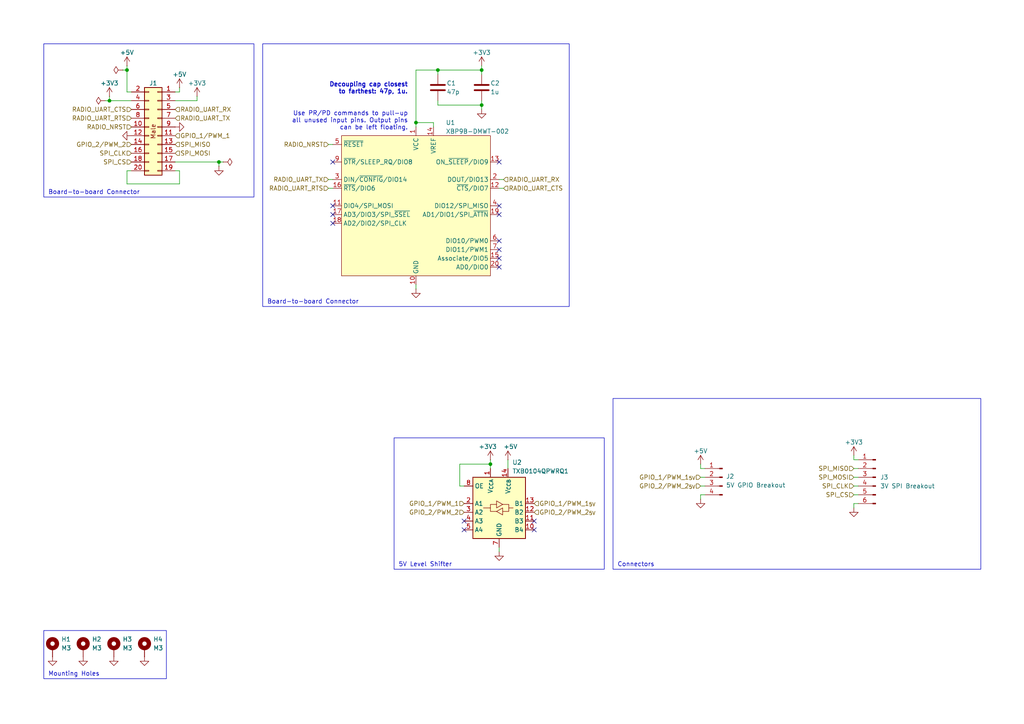
<source format=kicad_sch>
(kicad_sch (version 20231120) (generator "eeschema") (generator_version "8.0")
  (paper "A4")
  (title_block (title "Nerve Radio PCB") (rev "0.1.0-alpha") (company "Daniel Jeon"))
  (lib_symbols
    (symbol "Connector:Conn_01x04_Pin" (pin_names (offset 1.016) hide)
      (property "Reference" "J" (at 0 5.08 0))
      (property "Value" "Conn_01x04_Pin" (at 0 -7.62 0))
      (symbol "Conn_01x04_Pin_1_1"
        (polyline (pts (xy 1.27 -5.08) (xy 0.8636 -5.08)) (stroke (width 0.1524)))
        (polyline (pts (xy 1.27 -2.54) (xy 0.8636 -2.54)) (stroke (width 0.1524)))
        (polyline (pts (xy 1.27 0) (xy 0.8636 0)) (stroke (width 0.1524)))
        (polyline (pts (xy 1.27 2.54) (xy 0.8636 2.54)) (stroke (width 0.1524)))
        (rectangle (start 0.8636 -4.953) (end 0 -5.207) (stroke (width 0.1524)) (fill (type outline)))
        (rectangle (start 0.8636 -2.413) (end 0 -2.667) (stroke (width 0.1524)) (fill (type outline)))
        (rectangle (start 0.8636 0.127) (end 0 -0.127) (stroke (width 0.1524)) (fill (type outline)))
        (rectangle (start 0.8636 2.667) (end 0 2.413) (stroke (width 0.1524)) (fill (type outline)))
        (pin passive line (at 5.08 2.54 180) (length 3.81) (name "Pin_1") (number "1"))
        (pin passive line (at 5.08 0 180) (length 3.81) (name "Pin_2") (number "2"))
        (pin passive line (at 5.08 -2.54 180) (length 3.81) (name "Pin_3") (number "3"))
        (pin passive line (at 5.08 -5.08 180) (length 3.81) (name "Pin_4") (number "4"))
      )
    )
    (symbol "Connector:Conn_01x06_Pin" (pin_names (offset 1.016) hide)
      (property "Reference" "J" (at 0 7.62 0))
      (property "Value" "Conn_01x06_Pin" (at 0 -10.16 0))
      (symbol "Conn_01x06_Pin_1_1"
        (polyline (pts (xy 1.27 -7.62) (xy 0.8636 -7.62)) (stroke (width 0.1524)))
        (polyline (pts (xy 1.27 -5.08) (xy 0.8636 -5.08)) (stroke (width 0.1524)))
        (polyline (pts (xy 1.27 -2.54) (xy 0.8636 -2.54)) (stroke (width 0.1524)))
        (polyline (pts (xy 1.27 0) (xy 0.8636 0)) (stroke (width 0.1524)))
        (polyline (pts (xy 1.27 2.54) (xy 0.8636 2.54)) (stroke (width 0.1524)))
        (polyline (pts (xy 1.27 5.08) (xy 0.8636 5.08)) (stroke (width 0.1524)))
        (rectangle (start 0.8636 -7.493) (end 0 -7.747) (stroke (width 0.1524)) (fill (type outline)))
        (rectangle (start 0.8636 -4.953) (end 0 -5.207) (stroke (width 0.1524)) (fill (type outline)))
        (rectangle (start 0.8636 -2.413) (end 0 -2.667) (stroke (width 0.1524)) (fill (type outline)))
        (rectangle (start 0.8636 0.127) (end 0 -0.127) (stroke (width 0.1524)) (fill (type outline)))
        (rectangle (start 0.8636 2.667) (end 0 2.413) (stroke (width 0.1524)) (fill (type outline)))
        (rectangle (start 0.8636 5.207) (end 0 4.953) (stroke (width 0.1524)) (fill (type outline)))
        (pin passive line (at 5.08 5.08 180) (length 3.81) (name "Pin_1") (number "1"))
        (pin passive line (at 5.08 2.54 180) (length 3.81) (name "Pin_2") (number "2"))
        (pin passive line (at 5.08 0 180) (length 3.81) (name "Pin_3") (number "3"))
        (pin passive line (at 5.08 -2.54 180) (length 3.81) (name "Pin_4") (number "4"))
        (pin passive line (at 5.08 -5.08 180) (length 3.81) (name "Pin_5") (number "5"))
        (pin passive line (at 5.08 -7.62 180) (length 3.81) (name "Pin_6") (number "6"))
      )
    )
    (symbol "Device:C" (pin_numbers hide) (pin_names (offset 0.254))
      (property "Reference" "C" (at 0.635 2.54 0))
      (property "Value" "C" (at 0.635 -2.54 0))
      (symbol "C_0_1"
        (polyline (pts (xy -2.032 -0.762) (xy 2.032 -0.762)) (stroke (width 0.508)))
        (polyline (pts (xy -2.032 0.762) (xy 2.032 0.762)) (stroke (width 0.508)))
      )
      (symbol "C_1_1"
        (pin passive line (at 0 3.81 270) (length 2.794) (name "~") (number "1"))
        (pin passive line (at 0 -3.81 90) (length 2.794) (name "~") (number "2"))
      )
    )
    (symbol "Mechanical:MountingHole_Pad" (pin_numbers hide) (pin_names (offset 1.016) hide) (exclude_from_sim yes) (in_bom no)
      (property "Reference" "H" (at 0 6.35 0))
      (property "Value" "MountingHole_Pad" (at 0 4.445 0))
      (symbol "MountingHole_Pad_0_1"
        (circle (center 0 1.27) (radius 1.27) (stroke (width 1.27)))
      )
      (symbol "MountingHole_Pad_1_1"
        (pin input line (at 0 -2.54 90) (length 2.54) (name "1") (number "1"))
      )
    )
    (symbol "common:txb0104qpwrq1"
      (property "Reference" "U" (at -6.35 10.16 0))
      (property "Value" "TXB0104QPWRQ1" (at 3.81 10.16 0))
      (symbol "txb0104qpwrq1_0_1"
        (rectangle (start -7.62 8.89) (end 7.62 -8.89) (stroke (width 0.254)) (fill (type background)))
        (polyline (pts (xy -2.54 0) (xy -2.54 1.016) (xy -0.762 1.016)))
        (polyline (pts (xy 2.794 0) (xy 2.794 -1.016) (xy 1.016 -1.016)))
        (polyline (pts (xy -0.762 -1.016) (xy -2.54 -1.016) (xy -2.54 0) (xy -4.572 0)))
        (polyline (pts (xy -0.762 -1.016) (xy 1.016 0) (xy 1.016 -2.032) (xy -0.762 -1.016)))
        (polyline (pts (xy 1.016 1.016) (xy -0.762 0) (xy -0.762 2.032) (xy 1.016 1.016)))
        (polyline (pts (xy 1.016 1.016) (xy 2.794 1.016) (xy 2.794 0) (xy 4.064 0)))
      )
      (symbol "txb0104qpwrq1_1_1"
        (pin power_in line (at -2.54 11.43 270) (length 2.54) (name "V_{CCA}") (number "1"))
        (pin bidirectional line (at 10.16 -6.35 180) (length 2.54) (name "B4") (number "10"))
        (pin bidirectional line (at 10.16 -3.81 180) (length 2.54) (name "B3") (number "11"))
        (pin bidirectional line (at 10.16 -1.27 180) (length 2.54) (name "B2") (number "12"))
        (pin bidirectional line (at 10.16 1.27 180) (length 2.54) (name "B1") (number "13"))
        (pin power_in line (at 2.54 11.43 270) (length 2.54) (name "V_{CCB}") (number "14"))
        (pin bidirectional line (at -10.16 1.27 0) (length 2.54) (name "A1") (number "2"))
        (pin bidirectional line (at -10.16 -1.27 0) (length 2.54) (name "A2") (number "3"))
        (pin bidirectional line (at -10.16 -3.81 0) (length 2.54) (name "A3") (number "4"))
        (pin bidirectional line (at -10.16 -6.35 0) (length 2.54) (name "A4") (number "5"))
        (pin no_connect line (at 3.81 -11.43 90) (length 2.54) hide (name "NC") (number "6"))
        (pin power_in line (at 0 -11.43 90) (length 2.54) (name "GND") (number "7"))
        (pin input line (at -10.16 6.35 0) (length 2.54) (name "OE") (number "8"))
        (pin no_connect line (at 2.54 -11.43 90) (length 2.54) hide (name "NC") (number "9"))
      )
    )
    (symbol "connectors:bf030-20a-b1-0360-0277-0600-lb"
      (property "Reference" "J" (at 0 13.97 0))
      (property "Value" "BF030-20A-B1-0360-0277-0600-LB" (at 0 -13.97 0))
      (symbol "bf030-20a-b1-0360-0277-0600-lb_1_1"
        (rectangle (start -2.54 -11.303) (end -1.27 -11.557) (stroke (width 0.1524)))
        (rectangle (start -2.54 -8.763) (end -1.27 -9.017) (stroke (width 0.1524)))
        (rectangle (start -2.54 -6.223) (end -1.27 -6.477) (stroke (width 0.1524)))
        (rectangle (start -2.54 -3.683) (end -1.27 -3.937) (stroke (width 0.1524)))
        (rectangle (start -2.54 -1.143) (end -1.27 -1.397) (stroke (width 0.1524)))
        (rectangle (start -2.54 1.397) (end -1.27 1.143) (stroke (width 0.1524)))
        (rectangle (start -2.54 3.937) (end -1.27 3.683) (stroke (width 0.1524)))
        (rectangle (start -2.54 6.477) (end -1.27 6.223) (stroke (width 0.1524)))
        (rectangle (start -2.54 9.017) (end -1.27 8.763) (stroke (width 0.1524)))
        (rectangle (start -2.54 11.557) (end -1.27 11.303) (stroke (width 0.1524)))
        (rectangle (start -2.54 12.7) (end 2.54 -12.7) (stroke (width 0.254)) (fill (type background)))
        (rectangle (start 2.54 -11.303) (end 1.27 -11.557) (stroke (width 0.1524)))
        (rectangle (start 2.54 -8.763) (end 1.27 -9.017) (stroke (width 0.1524)))
        (rectangle (start 2.54 -6.223) (end 1.27 -6.477) (stroke (width 0.1524)))
        (rectangle (start 2.54 -3.683) (end 1.27 -3.937) (stroke (width 0.1524)))
        (rectangle (start 2.54 -1.143) (end 1.27 -1.397) (stroke (width 0.1524)))
        (rectangle (start 2.54 1.397) (end 1.27 1.143) (stroke (width 0.1524)))
        (rectangle (start 2.54 3.937) (end 1.27 3.683) (stroke (width 0.1524)))
        (rectangle (start 2.54 6.477) (end 1.27 6.223) (stroke (width 0.1524)))
        (rectangle (start 2.54 9.017) (end 1.27 8.763) (stroke (width 0.1524)))
        (rectangle (start 2.54 11.557) (end 1.27 11.303) (stroke (width 0.1524)))
        (text "Male" (at 0 0 900) (effects (font (size 1.27 1.27))))
        (pin passive line (at -6.35 11.43 0) (length 3.81) (name "") (number "1"))
        (pin passive line (at 6.35 1.27 180) (length 3.81) (name "") (number "10"))
        (pin passive line (at -6.35 -1.27 0) (length 3.81) (name "") (number "11"))
        (pin passive line (at 6.35 -1.27 180) (length 3.81) (name "") (number "12"))
        (pin passive line (at -6.35 -3.81 0) (length 3.81) (name "") (number "13"))
        (pin passive line (at 6.35 -3.81 180) (length 3.81) (name "") (number "14"))
        (pin passive line (at -6.35 -6.35 0) (length 3.81) (name "") (number "15"))
        (pin passive line (at 6.35 -6.35 180) (length 3.81) (name "") (number "16"))
        (pin passive line (at -6.35 -8.89 0) (length 3.81) (name "") (number "17"))
        (pin passive line (at 6.35 -8.89 180) (length 3.81) (name "") (number "18"))
        (pin passive line (at -6.35 -11.43 0) (length 3.81) (name "") (number "19"))
        (pin passive line (at 6.35 11.43 180) (length 3.81) (name "") (number "2"))
        (pin passive line (at 6.35 -11.43 180) (length 3.81) (name "") (number "20"))
        (pin passive line (at -6.35 8.89 0) (length 3.81) (name "") (number "3"))
        (pin passive line (at 6.35 8.89 180) (length 3.81) (name "") (number "4"))
        (pin passive line (at -6.35 6.35 0) (length 3.81) (name "") (number "5"))
        (pin passive line (at 6.35 6.35 180) (length 3.81) (name "") (number "6"))
        (pin passive line (at -6.35 3.81 0) (length 3.81) (name "") (number "7"))
        (pin passive line (at 6.35 3.81 180) (length 3.81) (name "") (number "8"))
        (pin passive line (at -6.35 1.27 0) (length 3.81) (name "") (number "9"))
      )
    )
    (symbol "digi_xbee:xbee_pro_900hp"
      (property "Reference" "U" (at 20.32 21.59 0))
      (symbol "xbee_pro_900hp_0_0"
        (pin power_in line (at 0 22.86 270) (length 2.54) (name "VCC") (number "1"))
        (pin power_in line (at 0 -22.86 90) (length 2.54) (name "GND") (number "10"))
        (pin bidirectional line (at -24.13 0 0) (length 2.54) (name "DIO4/SPI_MOSI") (number "11"))
        (pin bidirectional line (at 24.13 5.08 180) (length 2.54) (name "~{CTS}/DIO7") (number "12"))
        (pin output line (at 24.13 12.7 180) (length 2.54) (name "ON_~{SLEEP}/DIO9") (number "13"))
        (pin input line (at 5.08 22.86 270) (length 2.54) (name "VREF") (number "14"))
        (pin bidirectional line (at 24.13 -15.24 180) (length 2.54) (name "Associate/DIO5") (number "15"))
        (pin bidirectional line (at -24.13 5.08 0) (length 2.54) (name "~{RTS}/DIO6") (number "16"))
        (pin bidirectional line (at -24.13 -2.54 0) (length 2.54) (name "AD3/DIO3/SPI_~{SSEL}") (number "17"))
        (pin bidirectional line (at -24.13 -5.08 0) (length 2.54) (name "AD2/DIO2/SPI_CLK") (number "18"))
        (pin bidirectional line (at 24.13 -2.54 180) (length 2.54) (name "AD1/DIO1/SPI_~{ATTN}") (number "19"))
        (pin bidirectional line (at 24.13 7.62 180) (length 2.54) (name "DOUT/DIO13") (number "2"))
        (pin bidirectional line (at 24.13 -17.78 180) (length 2.54) (name "AD0/DIO0") (number "20"))
        (pin bidirectional line (at -24.13 7.62 0) (length 2.54) (name "DIN/~{CONFIG}/DIO14") (number "3"))
        (pin bidirectional line (at 24.13 0 180) (length 2.54) (name "DIO12/SPI_MISO") (number "4"))
        (pin input line (at -24.13 17.78 0) (length 2.54) (name "~{RESET}") (number "5"))
        (pin bidirectional line (at 24.13 -10.16 180) (length 2.54) (name "DIO10/PWM0") (number "6"))
        (pin bidirectional line (at 24.13 -12.7 180) (length 2.54) (name "DIO11/PWM1") (number "7"))
        (pin bidirectional line (at -24.13 12.7 0) (length 2.54) (name "~{DTR}/SLEEP_RQ/DIO8") (number "9"))
      )
      (symbol "xbee_pro_900hp_1_0"
        (pin no_connect line (at -2.54 -22.86 90) (length 2.54) hide (name "Reserved") (number "8"))
      )
      (symbol "xbee_pro_900hp_1_1"
        (rectangle (start -21.59 20.32) (end 21.59 -20.32) (fill (type background)))
      )
    )
    (symbol "power:+3V3" (power) (pin_numbers hide) (pin_names (offset 0) hide)
      (property "Value" "+3V3" (at 0 3.556 0))
      (symbol "+3V3_0_1"
        (polyline (pts (xy -0.762 1.27) (xy 0 2.54)))
        (polyline (pts (xy 0 0) (xy 0 2.54)))
        (polyline (pts (xy 0 2.54) (xy 0.762 1.27)))
      )
      (symbol "+3V3_1_1"
        (pin power_in line (at 0 0 90) (length 0) (name "~") (number "1"))
      )
    )
    (symbol "power:+5V" (power) (pin_numbers hide) (pin_names (offset 0) hide)
      (property "Value" "+5V" (at 0 3.556 0))
      (symbol "+5V_0_1"
        (polyline (pts (xy -0.762 1.27) (xy 0 2.54)))
        (polyline (pts (xy 0 0) (xy 0 2.54)))
        (polyline (pts (xy 0 2.54) (xy 0.762 1.27)))
      )
      (symbol "+5V_1_1"
        (pin power_in line (at 0 0 90) (length 0) (name "~") (number "1"))
      )
    )
    (symbol "power:GND" (power) (pin_numbers hide) (pin_names (offset 0) hide)
      (property "Value" "GND" (at 0 -3.81 0))
      (symbol "GND_0_1"
        (polyline (pts (xy 0 0) (xy 0 -1.27) (xy 1.27 -1.27) (xy 0 -2.54) (xy -1.27 -1.27) (xy 0 -1.27)))
      )
      (symbol "GND_1_1"
        (pin power_in line (at 0 0 270) (length 0) (name "~") (number "1"))
      )
    )
    (symbol "power:PWR_FLAG" (power) (pin_numbers hide) (pin_names (offset 0) hide)
      (property "Value" "PWR_FLAG" (at 0 3.81 0))
      (symbol "PWR_FLAG_0_0"
        (pin power_out line (at 0 0 90) (length 0) (name "~") (number "1"))
      )
      (symbol "PWR_FLAG_0_1"
        (polyline (pts (xy 0 0) (xy 0 1.27) (xy -1.016 1.905) (xy 0 2.54) (xy 1.016 1.905) (xy 0 1.27)))
      )
    )
  )
  (junction (at 31.75 29.21))
  (junction (at 127 20.32))
  (junction (at 36.83 20.32))
  (junction (at 142.24 134.62))
  (junction (at 63.5 46.99))
  (junction (at 120.65 35.56))
  (junction (at 139.7 20.32))
  (junction (at 139.7 30.48))
  (no_connect (at 96.52 62.23))
  (no_connect (at 96.52 64.77))
  (no_connect (at 96.52 59.69))
  (no_connect (at 154.94 153.67))
  (no_connect (at 154.94 151.13))
  (no_connect (at 144.78 59.69))
  (no_connect (at 134.62 153.67))
  (no_connect (at 144.78 77.47))
  (no_connect (at 144.78 72.39))
  (no_connect (at 144.78 69.85))
  (no_connect (at 144.78 46.99))
  (no_connect (at 96.52 46.99))
  (no_connect (at 144.78 62.23))
  (no_connect (at 144.78 74.93))
  (no_connect (at 134.62 151.13))
  (wire (pts (xy 133.35 134.62) (xy 142.24 134.62)))
  (wire (pts (xy 38.1 49.53) (xy 36.83 49.53)))
  (wire (pts (xy 127 20.32) (xy 139.7 20.32)))
  (wire (pts (xy 203.2 140.97) (xy 204.47 140.97)))
  (wire (pts (xy 127 20.32) (xy 127 21.59)))
  (wire (pts (xy 203.2 143.51) (xy 203.2 144.78)))
  (wire (pts (xy 203.2 135.89) (xy 204.47 135.89)))
  (wire (pts (xy 139.7 20.32) (xy 139.7 21.59)))
  (wire (pts (xy 120.65 35.56) (xy 120.65 36.83)))
  (wire (pts (xy 64.77 46.99) (xy 63.5 46.99)))
  (wire (pts (xy 36.83 20.32) (xy 36.83 19.05)))
  (wire (pts (xy 36.83 53.34) (xy 52.07 53.34)))
  (wire (pts (xy 52.07 26.67) (xy 52.07 25.4)))
  (wire (pts (xy 30.48 29.21) (xy 31.75 29.21)))
  (wire (pts (xy 31.75 27.94) (xy 31.75 29.21)))
  (wire (pts (xy 120.65 35.56) (xy 125.73 35.56)))
  (wire (pts (xy 247.65 146.05) (xy 248.92 146.05)))
  (wire (pts (xy 247.65 138.43) (xy 248.92 138.43)))
  (wire (pts (xy 247.65 143.51) (xy 248.92 143.51)))
  (wire (pts (xy 50.8 46.99) (xy 63.5 46.99)))
  (wire (pts (xy 144.78 160.02) (xy 144.78 158.75)))
  (wire (pts (xy 203.2 138.43) (xy 204.47 138.43)))
  (wire (pts (xy 63.5 46.99) (xy 63.5 48.26)))
  (wire (pts (xy 127 29.21) (xy 127 30.48)))
  (wire (pts (xy 120.65 20.32) (xy 120.65 35.56)))
  (wire (pts (xy 95.25 41.91) (xy 96.52 41.91)))
  (wire (pts (xy 36.83 49.53) (xy 36.83 53.34)))
  (wire (pts (xy 120.65 20.32) (xy 127 20.32)))
  (wire (pts (xy 144.78 52.07) (xy 146.05 52.07)))
  (wire (pts (xy 139.7 19.05) (xy 139.7 20.32)))
  (wire (pts (xy 50.8 49.53) (xy 52.07 49.53)))
  (wire (pts (xy 52.07 53.34) (xy 52.07 49.53)))
  (wire (pts (xy 142.24 134.62) (xy 142.24 135.89)))
  (wire (pts (xy 139.7 30.48) (xy 139.7 31.75)))
  (wire (pts (xy 133.35 140.97) (xy 133.35 134.62)))
  (wire (pts (xy 36.83 26.67) (xy 36.83 20.32)))
  (wire (pts (xy 57.15 29.21) (xy 50.8 29.21)))
  (wire (pts (xy 95.25 52.07) (xy 96.52 52.07)))
  (wire (pts (xy 247.65 147.32) (xy 247.65 146.05)))
  (wire (pts (xy 247.65 132.08) (xy 247.65 133.35)))
  (wire (pts (xy 144.78 54.61) (xy 146.05 54.61)))
  (wire (pts (xy 247.65 140.97) (xy 248.92 140.97)))
  (wire (pts (xy 31.75 29.21) (xy 38.1 29.21)))
  (wire (pts (xy 95.25 54.61) (xy 96.52 54.61)))
  (wire (pts (xy 139.7 29.21) (xy 139.7 30.48)))
  (wire (pts (xy 142.24 133.35) (xy 142.24 134.62)))
  (wire (pts (xy 38.1 26.67) (xy 36.83 26.67)))
  (wire (pts (xy 127 30.48) (xy 139.7 30.48)))
  (wire (pts (xy 134.62 140.97) (xy 133.35 140.97)))
  (wire (pts (xy 203.2 134.62) (xy 203.2 135.89)))
  (wire (pts (xy 125.73 36.83) (xy 125.73 35.56)))
  (wire (pts (xy 247.65 133.35) (xy 248.92 133.35)))
  (wire (pts (xy 204.47 143.51) (xy 203.2 143.51)))
  (wire (pts (xy 147.32 133.35) (xy 147.32 135.89)))
  (wire (pts (xy 57.15 27.94) (xy 57.15 29.21)))
  (wire (pts (xy 50.8 26.67) (xy 52.07 26.67)))
  (wire (pts (xy 35.56 20.32) (xy 36.83 20.32)))
  (wire (pts (xy 247.65 135.89) (xy 248.92 135.89)))
  (wire (pts (xy 120.65 82.55) (xy 120.65 83.82)))
  (rectangle (start 177.8 115.57) (end 284.48 165.1))
  (rectangle (start 12.7 12.7) (end 73.66 57.15))
  (rectangle (start 114.3 127) (end 175.26 165.1))
  (rectangle (start 76.2 12.7) (end 165.1 88.9))
  (rectangle (start 12.7 182.88) (end 48.26 196.85))
  (text "Use PR/PD commands to pull-up\nall unused input pins. Output pins\ncan be left floating." (at 118.364 35.052 0) (effects (font (size 1.27 1.27) (thickness 0.1588)) (justify right)))
  (text "Connectors" (at 179.07 163.068 0) (effects (font (size 1.27 1.27)) (justify left top)))
  (text "Mounting Holes" (at 13.97 194.818 0) (effects (font (size 1.27 1.27)) (justify left top)))
  (text "Board-to-board Connector" (at 77.47 86.868 0) (effects (font (size 1.27 1.27)) (justify left top)))
  (text "Decoupling cap closest\nto farthest: 47p, 1u." (at 118.364 25.654 0) (effects (font (size 1.27 1.27) (thickness 0.254) (bold yes)) (justify right)))
  (text "Board-to-board Connector" (at 13.97 55.118 0) (effects (font (size 1.27 1.27)) (justify left top)))
  (text "5V Level Shifter" (at 115.57 163.068 0) (effects (font (size 1.27 1.27)) (justify left top)))
  (hierarchical_label "GPIO_1{slash}PWM_1" (shape input) (at 50.8 39.37 0))
  (hierarchical_label "RADIO_UART_RTS" (shape input) (at 95.25 54.61 180))
  (hierarchical_label "RADIO_UART_RX" (shape input) (at 50.8 31.75 0))
  (hierarchical_label "RADIO_UART_RX" (shape input) (at 146.05 52.07 0))
  (hierarchical_label "SPI_CLK" (shape input) (at 38.1 44.45 180))
  (hierarchical_label "SPI_CS" (shape input) (at 38.1 46.99 180))
  (hierarchical_label "GPIO_1{slash}PWM_1_{5V}" (shape input) (at 203.2 138.43 180))
  (hierarchical_label "GPIO_2{slash}PWM_2" (shape input) (at 134.62 148.59 180))
  (hierarchical_label "SPI_MISO" (shape input) (at 50.8 41.91 0))
  (hierarchical_label "SPI_CS" (shape input) (at 247.65 143.51 180))
  (hierarchical_label "GPIO_1{slash}PWM_1_{5V}" (shape input) (at 154.94 146.05 0))
  (hierarchical_label "GPIO_2{slash}PWM_2_{5V}" (shape input) (at 203.2 140.97 180))
  (hierarchical_label "GPIO_2{slash}PWM_2_{5V}" (shape input) (at 154.94 148.59 0))
  (hierarchical_label "SPI_MOSI" (shape input) (at 247.65 138.43 180))
  (hierarchical_label "SPI_MOSI" (shape input) (at 50.8 44.45 0))
  (hierarchical_label "SPI_MISO" (shape input) (at 247.65 135.89 180))
  (hierarchical_label "RADIO_UART_RTS" (shape input) (at 38.1 34.29 180))
  (hierarchical_label "RADIO_NRST" (shape input) (at 38.1 36.83 180))
  (hierarchical_label "SPI_CLK" (shape input) (at 247.65 140.97 180))
  (hierarchical_label "RADIO_UART_CTS" (shape input) (at 38.1 31.75 180))
  (hierarchical_label "GPIO_1{slash}PWM_1" (shape input) (at 134.62 146.05 180))
  (hierarchical_label "RADIO_UART_CTS" (shape input) (at 146.05 54.61 0))
  (hierarchical_label "GPIO_2{slash}PWM_2" (shape input) (at 38.1 41.91 180))
  (hierarchical_label "RADIO_UART_TX" (shape input) (at 95.25 52.07 180))
  (hierarchical_label "RADIO_UART_TX" (shape input) (at 50.8 34.29 0))
  (hierarchical_label "RADIO_NRST" (shape input) (at 95.25 41.91 180))
  (symbol (lib_id "power:GND") (at 63.5 48.26 0) (unit 1)
    (property "Reference" "#PWR09" (effects (hide yes)))
    (property "Value" "GND" (effects (hide yes)))
    (property "Description" "Power symbol creates a global label with name \"GND\" , ground" (effects (hide yes)))
  )
  (symbol (lib_id "power:+5V") (at 36.83 19.05 0) (unit 1)
    (property "Reference" "#PWR01" (effects (hide yes)))
    (property "Value" "+5V" (at 36.83 15.24 0))
    (property "Description" "Power symbol creates a global label with name \"+5V\"" (effects (hide yes)))
  )
  (symbol (lib_id "Mechanical:MountingHole_Pad") (at 33.02 187.96 0) (unit 1) (exclude_from_sim yes) (in_bom no)
    (property "Reference" "H3" (at 35.56 185.4199 0) (effects (justify left)))
    (property "Value" "M3" (at 35.56 187.9599 0) (effects (justify left)))
    (property "Footprint" "MountingHole:MountingHole_3.2mm_M3_Pad_Via" (effects (hide yes)))
    (property "Description" "Mounting Hole with connection" (effects (hide yes)))
  )
  (symbol (lib_id "power:PWR_FLAG") (at 30.48 29.21 90) (unit 1)
    (property "Reference" "#FLG02" (effects (hide yes)))
    (property "Value" "PWR_FLAG" (effects (hide yes)))
    (property "Description" "Special symbol for telling ERC where power comes from" (effects (hide yes)))
  )
  (symbol (lib_id "power:+5V") (at 147.32 133.35 0) (unit 1)
    (property "Reference" "#PWR013" (effects (hide yes)))
    (property "Value" "+5V" (at 148.082 129.54 0))
    (property "Description" "Power symbol creates a global label with name \"+5V\"" (effects (hide yes)))
  )
  (symbol (lib_id "Mechanical:MountingHole_Pad") (at 41.91 187.96 0) (unit 1) (exclude_from_sim yes) (in_bom no)
    (property "Reference" "H4" (at 44.45 185.4199 0) (effects (justify left)))
    (property "Value" "M3" (at 44.45 187.9599 0) (effects (justify left)))
    (property "Footprint" "MountingHole:MountingHole_3.2mm_M3_Pad_Via" (effects (hide yes)))
    (property "Description" "Mounting Hole with connection" (effects (hide yes)))
  )
  (symbol (lib_id "power:GND") (at 247.65 147.32 0) (unit 1)
    (property "Reference" "#PWR016" (effects (hide yes)))
    (property "Value" "GND" (effects (hide yes)))
    (property "Description" "Power symbol creates a global label with name \"GND\" , ground" (effects (hide yes)))
  )
  (symbol (lib_id "Connector:Conn_01x06_Pin") (at 254 138.43 0) (mirror y) (unit 1)
    (property "Reference" "J3" (at 255.27 138.4299 0) (effects (justify right)))
    (property "Value" "3V SPI Breakout" (at 255.27 140.9699 0) (effects (justify right)))
    (property "Footprint" "Connector_PinHeader_2.54mm:PinHeader_1x06_P2.54mm_Vertical" (effects (hide yes)))
    (property "Description" "Generic connector, single row, 01x06, script generated" (effects (hide yes)))
  )
  (symbol (lib_id "power:PWR_FLAG") (at 35.56 20.32 90) (unit 1)
    (property "Reference" "#FLG01" (effects (hide yes)))
    (property "Value" "PWR_FLAG" (effects (hide yes)))
    (property "Description" "Special symbol for telling ERC where power comes from" (effects (hide yes)))
  )
  (symbol (lib_id "Device:C") (at 127 25.4 0) (unit 1)
    (property "Reference" "C1" (at 129.54 24.13 0) (effects (justify left)))
    (property "Value" "47p" (at 129.54 26.67 0) (effects (justify left)))
    (property "Footprint" "Capacitor_SMD:C_0603_1608Metric" (effects (hide yes)))
    (property "Description" "Unpolarized capacitor" (effects (hide yes)))
  )
  (symbol (lib_id "Connector:Conn_01x04_Pin") (at 209.55 138.43 0) (mirror y) (unit 1)
    (property "Reference" "J2" (at 210.566 138.176 0) (effects (justify right)))
    (property "Value" "5V GPIO Breakout" (at 210.566 140.716 0) (effects (justify right)))
    (property "Footprint" "Connector_PinHeader_2.54mm:PinHeader_1x04_P2.54mm_Vertical" (effects (hide yes)))
    (property "Description" "Generic connector, single row, 01x04, script generated" (effects (hide yes)))
  )
  (symbol (lib_id "power:GND") (at 41.91 190.5 0) (unit 1)
    (property "Reference" "#PWR021" (effects (hide yes)))
    (property "Value" "GND" (effects (hide yes)))
    (property "Description" "Power symbol creates a global label with name \"GND\" , ground" (effects (hide yes)))
  )
  (symbol (lib_id "power:+3V3") (at 247.65 132.08 0) (unit 1)
    (property "Reference" "#PWR011" (effects (hide yes)))
    (property "Value" "+3V3" (at 247.65 128.27 0))
    (property "Description" "Power symbol creates a global label with name \"+3V3\"" (effects (hide yes)))
  )
  (symbol (lib_id "power:+3V3") (at 142.24 133.35 0) (unit 1)
    (property "Reference" "#PWR012" (effects (hide yes)))
    (property "Value" "+3V3" (at 141.478 129.54 0))
    (property "Description" "Power symbol creates a global label with name \"+3V3\"" (effects (hide yes)))
  )
  (symbol (lib_id "power:GND") (at 33.02 190.5 0) (unit 1)
    (property "Reference" "#PWR020" (effects (hide yes)))
    (property "Value" "GND" (effects (hide yes)))
    (property "Description" "Power symbol creates a global label with name \"GND\" , ground" (effects (hide yes)))
  )
  (symbol (lib_id "common:txb0104qpwrq1") (at 144.78 147.32 0) (unit 1)
    (property "Reference" "U2" (at 148.59 134.112 0) (effects (justify left)))
    (property "Value" "TXB0104QPWRQ1" (at 148.59 136.652 0) (effects (justify left)))
    (property "Footprint" "common:txb0104qpwrq1" (effects (hide yes)))
    (property "Datasheet" "https://www.ti.com/general/docs/suppproductinfo.tsp?distId=10&gotoUrl=https%3A%2F%2Fwww.ti.com%2Flit%2Fgpn%2Ftxb0104-q1" (effects (hide yes)))
    (property "Description" "Voltage Level Translator Bidirectional 1 Circuit 4 Channel 100Mbps 14-TSSOP, AEC-Q100 variant of TXB0104PWR" (effects (hide yes)))
    (property "Manufacturer" "Texas Instruments" (effects (hide yes)))
    (property "Manufacturer Part Number" "TXB0104QPWRQ1" (effects (hide yes)))
    (property "Distributor" "DigiKey" (effects (hide yes)))
    (property "Distributor Part Number" "296-27760-1-ND" (effects (hide yes)))
    (property "Distributor Link" "https://www.digikey.ca/en/products/detail/texas-instruments/TXB0104QPWRQ1/2232941" (effects (hide yes)))
  )
  (symbol (lib_id "connectors:bf030-20a-b1-0360-0277-0600-lb") (at 44.45 38.1 0) (mirror y) (unit 1)
    (property "Reference" "J1" (at 44.45 24.13 0))
    (property "Value" "BF030-20A-B1-0360-0277-0600-LB" (effects (hide yes)))
    (property "Footprint" "connectors:bf030-20a-b1-0600-0277-0600-lb" (effects (hide yes)))
    (property "Datasheet" "https://gct.co/files/drawings/bf030.pdf" (effects (hide yes)))
    (property "Description" "Connector Header Surface Mount 20 position 0.079\" (2.00mm)" (effects (hide yes)))
    (property "Manufacturer" "GCT" (effects (hide yes)))
    (property "Manufacturer Part Number" "BF030-20A-B1-0360-0277-0600-LB" (effects (hide yes)))
    (property "Distributor" "DigiKey" (effects (hide yes)))
    (property "Distributor Part Number" "2073-BF030-20A-B1-0360-0277-0600-LBCT-ND" (effects (hide yes)))
    (property "Distributor Link" "https://www.digikey.ca/en/products/detail/gct/BF030-20A-B1-0360-0277-0600-LB/16396935" (effects (hide yes)))
  )
  (symbol (lib_id "power:+3V3") (at 57.15 27.94 0) (mirror y) (unit 1)
    (property "Reference" "#PWR05" (effects (hide yes)))
    (property "Value" "+3V3" (at 57.15 24.13 0))
    (property "Description" "Power symbol creates a global label with name \"+3V3\"" (effects (hide yes)))
  )
  (symbol (lib_id "power:+3V3") (at 139.7 19.05 0) (unit 1)
    (property "Reference" "#PWR02" (effects (hide yes)))
    (property "Value" "+3V3" (at 139.7 15.24 0))
    (property "Description" "Power symbol creates a global label with name \"+3V3\"" (effects (hide yes)))
  )
  (symbol (lib_id "power:GND") (at 144.78 160.02 0) (unit 1)
    (property "Reference" "#PWR017" (effects (hide yes)))
    (property "Value" "GND" (effects (hide yes)))
    (property "Description" "Power symbol creates a global label with name \"GND\" , ground" (effects (hide yes)))
  )
  (symbol (lib_id "Mechanical:MountingHole_Pad") (at 24.13 187.96 0) (unit 1) (exclude_from_sim yes) (in_bom no)
    (property "Reference" "H2" (at 26.67 185.4199 0) (effects (justify left)))
    (property "Value" "M3" (at 26.67 187.9599 0) (effects (justify left)))
    (property "Footprint" "MountingHole:MountingHole_3.2mm_M3_Pad_Via" (effects (hide yes)))
    (property "Description" "Mounting Hole with connection" (effects (hide yes)))
  )
  (symbol (lib_id "power:+5V") (at 203.2 134.62 0) (unit 1)
    (property "Reference" "#PWR014" (effects (hide yes)))
    (property "Value" "+5V" (at 203.2 130.81 0))
    (property "Description" "Power symbol creates a global label with name \"+5V\"" (effects (hide yes)))
  )
  (symbol (lib_id "power:GND") (at 24.13 190.5 0) (unit 1)
    (property "Reference" "#PWR019" (effects (hide yes)))
    (property "Value" "GND" (effects (hide yes)))
    (property "Description" "Power symbol creates a global label with name \"GND\" , ground" (effects (hide yes)))
  )
  (symbol (lib_id "power:GND") (at 203.2 144.78 0) (unit 1)
    (property "Reference" "#PWR015" (effects (hide yes)))
    (property "Value" "GND" (effects (hide yes)))
    (property "Description" "Power symbol creates a global label with name \"GND\" , ground" (effects (hide yes)))
  )
  (symbol (lib_id "Mechanical:MountingHole_Pad") (at 15.24 187.96 0) (unit 1) (exclude_from_sim yes) (in_bom no)
    (property "Reference" "H1" (at 17.78 185.4199 0) (effects (justify left)))
    (property "Value" "M3" (at 17.78 187.9599 0) (effects (justify left)))
    (property "Footprint" "MountingHole:MountingHole_3.2mm_M3_Pad_Via" (effects (hide yes)))
    (property "Description" "Mounting Hole with connection" (effects (hide yes)))
  )
  (symbol (lib_id "power:GND") (at 139.7 31.75 0) (unit 1)
    (property "Reference" "#PWR06" (effects (hide yes)))
    (property "Value" "GND" (effects (hide yes)))
    (property "Description" "Power symbol creates a global label with name \"GND\" , ground" (effects (hide yes)))
  )
  (symbol (lib_id "power:+5V") (at 52.07 25.4 0) (mirror y) (unit 1)
    (property "Reference" "#PWR03" (effects (hide yes)))
    (property "Value" "+5V" (at 52.07 21.59 0))
    (property "Description" "Power symbol creates a global label with name \"+5V\"" (effects (hide yes)))
  )
  (symbol (lib_id "power:GND") (at 15.24 190.5 0) (unit 1)
    (property "Reference" "#PWR018" (effects (hide yes)))
    (property "Value" "GND" (effects (hide yes)))
    (property "Description" "Power symbol creates a global label with name \"GND\" , ground" (effects (hide yes)))
  )
  (symbol (lib_id "power:+3V3") (at 31.75 27.94 0) (unit 1)
    (property "Reference" "#PWR04" (effects (hide yes)))
    (property "Value" "+3V3" (at 31.75 24.13 0))
    (property "Description" "Power symbol creates a global label with name \"+3V3\"" (effects (hide yes)))
  )
  (symbol (lib_id "Device:C") (at 139.7 25.4 0) (unit 1)
    (property "Reference" "C2" (at 142.24 24.13 0) (effects (justify left)))
    (property "Value" "1u" (at 142.24 26.67 0) (effects (justify left)))
    (property "Footprint" "Capacitor_SMD:C_0603_1608Metric" (effects (hide yes)))
    (property "Description" "Unpolarized capacitor" (effects (hide yes)))
  )
  (symbol (lib_id "power:PWR_FLAG") (at 64.77 46.99 270) (mirror x) (unit 1)
    (property "Reference" "#FLG03" (effects (hide yes)))
    (property "Value" "PWR_FLAG" (effects (hide yes)))
    (property "Description" "Special symbol for telling ERC where power comes from" (effects (hide yes)))
  )
  (symbol (lib_id "digi_xbee:xbee_pro_900hp") (at 120.65 59.69 0) (unit 1)
    (property "Reference" "U1" (at 129.286 35.56 0) (effects (justify left)))
    (property "Value" "XBP9B-DMWT-002" (at 129.286 38.1 0) (effects (justify left)))
    (property "Footprint" "digi_xbee:xbee_pro_900hp" (effects (hide yes)))
    (property "Datasheet" "https://www.digi.com/resources/library/data-sheets/ds_xbeepro900hp" (effects (hide yes)))
    (property "Description" "Long Range 900 MHz OEM RF Module" (effects (hide yes)))
    (property "Manufacturer" "Digi" (effects (hide yes)))
    (property "Manufacturer Part Number" "XBP9B-Dxxx-nnn" (effects (hide yes)))
    (property "Distributor" "DigiKey" (effects (hide yes)))
    (property "Distributor Part Number" "602-1301-ND" (effects (hide yes)))
    (property "Distributor Link" "https://www.digikey.ca/en/products/detail/digi/XBP9B-DMWT-002/3594159?s=N4IgTCBcDaIBoCEAKBOBBaAIgWQOoBV0AGIiAXQF8g" (effects (hide yes)))
  )
  (symbol (lib_id "power:GND") (at 120.65 83.82 0) (unit 1)
    (property "Reference" "#PWR010" (effects (hide yes)))
    (property "Value" "GND" (effects (hide yes)))
    (property "Description" "Power symbol creates a global label with name \"GND\" , ground" (effects (hide yes)))
  )
  (symbol (lib_id "power:GND") (at 38.1 39.37 270) (unit 1)
    (property "Reference" "#PWR08" (effects (hide yes)))
    (property "Value" "GND" (effects (hide yes)))
    (property "Description" "Power symbol creates a global label with name \"GND\" , ground" (effects (hide yes)))
  )
  (symbol (lib_id "power:GND") (at 50.8 36.83 90) (unit 1)
    (property "Reference" "#PWR07" (effects (hide yes)))
    (property "Value" "GND" (effects (hide yes)))
    (property "Description" "Power symbol creates a global label with name \"GND\" , ground" (effects (hide yes)))
  )
)
</source>
